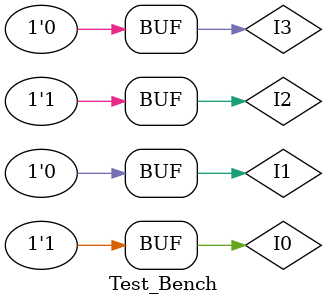
<source format=v>
`timescale 1ns / 1ps


module Test_Bench;

	// Inputs
	reg I0;
	reg I1;
	reg I2;
	reg I3;

	// Outputs
	wire A;
	wire B;

	// Instantiate the Unit Under Test (UUT)
	Encoder_4_to_2 uut (
		.I0(I0), 
		.I1(I1), 
		.I2(I2), 
		.I3(I3), 
		.A(A), 
		.B(B)
	);

	initial begin
		// Initialize Inputs
		I0 = 0;
		I1 = 0;
		I2 = 0;
		I3 = 0;

		// Wait 100 ns for global reset to finish
		#100;
        
		// Add stimulus here
		I0 = 1'b1; I1 = 1'b0; I2 = 1'b0; I3 = 1'b0;	// Result  0 0
		#100;
		
		I0 = 1'b1; I1 = 1'b1; I2 = 1'b0; I3 = 1'b0;	// Result  0 1
		#100;
		
		I0 = 1'b1; I1 = 1'b0; I2 = 1'b1; I3 = 1'b0;	// Result  1 0
		#100;

	end
      
endmodule


</source>
